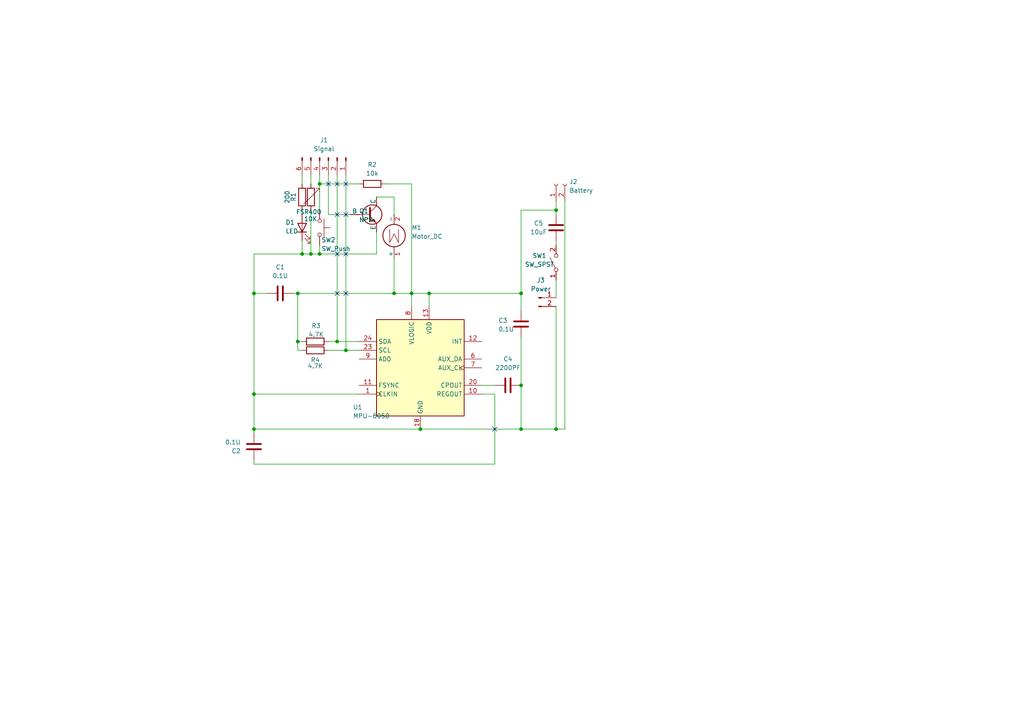
<source format=kicad_sch>
(kicad_sch (version 20231120) (generator "eeschema") (generator_version "8.0")
  (paper "A4")
  (title_block (title "pen") (rev "version1") (company "Shiyi"))
  (lib_symbols
    (symbol "Connector:Conn_01x01_Pin" (pin_names (offset 1.016) hide)
      (property "Reference" "J" (at 0 2.54 0))
      (property "Value" "Conn_01x01_Pin" (at 0 -2.54 0))
      (symbol "Conn_01x01_Pin_1_1"
        (polyline (pts (xy 1.27 0) (xy 0.8636 0)) (stroke (width 0.1524)))
        (rectangle (start 0.8636 0.127) (end 0 -0.127) (stroke (width 0.1524)) (fill (type outline)))
        (pin passive line (at 5.08 0 180) (length 3.81) (name "Pin_1") (number "1"))
      )
    )
    (symbol "Connector:Conn_01x02_Pin" (pin_names (offset 1.016) hide)
      (property "Reference" "J" (at 0 2.54 0))
      (property "Value" "Conn_01x02_Pin" (at 0 -5.08 0))
      (symbol "Conn_01x02_Pin_1_1"
        (polyline (pts (xy 1.27 -2.54) (xy 0.8636 -2.54)) (stroke (width 0.1524)))
        (polyline (pts (xy 1.27 0) (xy 0.8636 0)) (stroke (width 0.1524)))
        (rectangle (start 0.8636 -2.413) (end 0 -2.667) (stroke (width 0.1524)) (fill (type outline)))
        (rectangle (start 0.8636 0.127) (end 0 -0.127) (stroke (width 0.1524)) (fill (type outline)))
        (pin passive line (at 5.08 0 180) (length 3.81) (name "Pin_1") (number "1"))
        (pin passive line (at 5.08 -2.54 180) (length 3.81) (name "Pin_2") (number "2"))
      )
    )
    (symbol "Connector:Conn_01x02_Socket" (pin_names (offset 1.016) hide)
      (property "Reference" "J" (at 0 2.54 0))
      (property "Value" "Conn_01x02_Socket" (at 0 -5.08 0))
      (symbol "Conn_01x02_Socket_1_1"
        (arc (start 0 -2.032) (mid -0.5058 -2.54) (end 0 -3.048) (stroke (width 0.1524)))
        (polyline (pts (xy -1.27 -2.54) (xy -0.508 -2.54)) (stroke (width 0.1524)))
        (polyline (pts (xy -1.27 0) (xy -0.508 0)) (stroke (width 0.1524)))
        (arc (start 0 0.508) (mid -0.5058 0) (end 0 -0.508) (stroke (width 0.1524)))
        (pin passive line (at -5.08 0 0) (length 3.81) (name "Pin_1") (number "1"))
        (pin passive line (at -5.08 -2.54 0) (length 3.81) (name "Pin_2") (number "2"))
      )
    )
    (symbol "Connector:Conn_01x06_Pin" (pin_names (offset 1.016) hide)
      (property "Reference" "J" (at 0 7.62 0))
      (property "Value" "Conn_01x06_Pin" (at 0 -10.16 0))
      (symbol "Conn_01x06_Pin_1_1"
        (polyline (pts (xy 1.27 -7.62) (xy 0.8636 -7.62)) (stroke (width 0.1524)))
        (polyline (pts (xy 1.27 -5.08) (xy 0.8636 -5.08)) (stroke (width 0.1524)))
        (polyline (pts (xy 1.27 -2.54) (xy 0.8636 -2.54)) (stroke (width 0.1524)))
        (polyline (pts (xy 1.27 0) (xy 0.8636 0)) (stroke (width 0.1524)))
        (polyline (pts (xy 1.27 2.54) (xy 0.8636 2.54)) (stroke (width 0.1524)))
        (polyline (pts (xy 1.27 5.08) (xy 0.8636 5.08)) (stroke (width 0.1524)))
        (rectangle (start 0.8636 -7.493) (end 0 -7.747) (stroke (width 0.1524)) (fill (type outline)))
        (rectangle (start 0.8636 -4.953) (end 0 -5.207) (stroke (width 0.1524)) (fill (type outline)))
        (rectangle (start 0.8636 -2.413) (end 0 -2.667) (stroke (width 0.1524)) (fill (type outline)))
        (rectangle (start 0.8636 0.127) (end 0 -0.127) (stroke (width 0.1524)) (fill (type outline)))
        (rectangle (start 0.8636 2.667) (end 0 2.413) (stroke (width 0.1524)) (fill (type outline)))
        (rectangle (start 0.8636 5.207) (end 0 4.953) (stroke (width 0.1524)) (fill (type outline)))
        (pin passive line (at 5.08 5.08 180) (length 3.81) (name "Pin_1") (number "1"))
        (pin passive line (at 5.08 2.54 180) (length 3.81) (name "Pin_2") (number "2"))
        (pin passive line (at 5.08 0 180) (length 3.81) (name "Pin_3") (number "3"))
        (pin passive line (at 5.08 -2.54 180) (length 3.81) (name "Pin_4") (number "4"))
        (pin passive line (at 5.08 -5.08 180) (length 3.81) (name "Pin_5") (number "5"))
        (pin passive line (at 5.08 -7.62 180) (length 3.81) (name "Pin_6") (number "6"))
      )
    )
    (symbol "Device:C" (pin_numbers hide) (pin_names (offset 0.254))
      (property "Reference" "C" (at 0.635 2.54 0))
      (property "Value" "C" (at 0.635 -2.54 0))
      (symbol "C_0_1"
        (polyline (pts (xy -2.032 -0.762) (xy 2.032 -0.762)) (stroke (width 0.508)))
        (polyline (pts (xy -2.032 0.762) (xy 2.032 0.762)) (stroke (width 0.508)))
      )
      (symbol "C_1_1"
        (pin passive line (at 0 3.81 270) (length 2.794) (name "~") (number "1"))
        (pin passive line (at 0 -3.81 90) (length 2.794) (name "~") (number "2"))
      )
    )
    (symbol "Device:LED" (pin_numbers hide) (pin_names (offset 1.016) hide)
      (property "Reference" "D" (at 0 2.54 0))
      (property "Value" "LED" (at 0 -2.54 0))
      (symbol "LED_0_1"
        (polyline (pts (xy -1.27 -1.27) (xy -1.27 1.27)) (stroke (width 0.254)))
        (polyline (pts (xy -1.27 0) (xy 1.27 0)))
        (polyline (pts (xy 1.27 -1.27) (xy 1.27 1.27) (xy -1.27 0) (xy 1.27 -1.27)) (stroke (width 0.254)))
        (polyline (pts (xy -3.048 -0.762) (xy -4.572 -2.286) (xy -3.81 -2.286) (xy -4.572 -2.286) (xy -4.572 -1.524)))
        (polyline (pts (xy -1.778 -0.762) (xy -3.302 -2.286) (xy -2.54 -2.286) (xy -3.302 -2.286) (xy -3.302 -1.524)))
      )
      (symbol "LED_1_1"
        (pin passive line (at -3.81 0 0) (length 2.54) (name "K") (number "1"))
        (pin passive line (at 3.81 0 180) (length 2.54) (name "A") (number "2"))
      )
    )
    (symbol "Device:R" (pin_numbers hide) (pin_names (offset 0))
      (property "Reference" "R" (at 2.032 0 90))
      (property "Value" "R" (at 0 0 90))
      (symbol "R_0_1"
        (rectangle (start -1.016 -2.54) (end 1.016 2.54) (stroke (width 0.254)))
      )
      (symbol "R_1_1"
        (pin passive line (at 0 3.81 270) (length 1.27) (name "~") (number "1"))
        (pin passive line (at 0 -3.81 90) (length 1.27) (name "~") (number "2"))
      )
    )
    (symbol "Device:R_Variable" (pin_numbers hide) (pin_names (offset 0))
      (property "Reference" "R" (at 2.54 -2.54 90))
      (property "Value" "R_Variable" (at -2.54 -1.27 90))
      (symbol "R_Variable_0_1"
        (rectangle (start -1.016 -2.54) (end 1.016 2.54) (stroke (width 0.254)))
        (polyline (pts (xy 2.54 1.524) (xy 2.54 2.54) (xy 1.524 2.54) (xy 2.54 2.54) (xy -2.032 -2.032)))
      )
      (symbol "R_Variable_1_1"
        (pin passive line (at 0 3.81 270) (length 1.27) (name "~") (number "1"))
        (pin passive line (at 0 -3.81 90) (length 1.27) (name "~") (number "2"))
      )
    )
    (symbol "Motor:Motor_DC" (pin_names (offset 0))
      (property "Reference" "M" (at 2.54 2.54 0))
      (property "Value" "Motor_DC" (at 2.54 -5.08 0))
      (symbol "Motor_DC_0_0"
        (polyline (pts (xy -1.27 -3.302) (xy -1.27 0.508) (xy 0 -2.032) (xy 1.27 0.508) (xy 1.27 -3.302)))
      )
      (symbol "Motor_DC_0_1"
        (circle (center 0 -1.524) (radius 3.2512) (stroke (width 0.254)))
        (polyline (pts (xy 0 -7.62) (xy 0 -7.112)))
        (polyline (pts (xy 0 -4.7752) (xy 0 -5.1816)))
        (polyline (pts (xy 0 1.7272) (xy 0 2.0828)))
        (polyline (pts (xy 0 2.032) (xy 0 2.54)))
      )
      (symbol "Motor_DC_1_1"
        (pin passive line (at 0 5.08 270) (length 2.54) (name "+") (number "1"))
        (pin passive line (at 0 -7.62 90) (length 2.54) (name "-") (number "2"))
      )
    )
    (symbol "Sensor_Motion:MPU-6050"
      (property "Reference" "U" (at -11.43 13.97 0))
      (property "Value" "MPU-6050" (at 7.62 -15.24 0))
      (symbol "MPU-6050_0_0"
        (text "" (at 12.7 -2.54 0) (effects (font (size 1.27 1.27))))
      )
      (symbol "MPU-6050_0_1"
        (rectangle (start -12.7 13.97) (end 12.7 -13.97) (stroke (width 0.254)) (fill (type background)))
      )
      (symbol "MPU-6050_1_1"
        (pin input clock (at -17.78 -7.62 0) (length 5.08) (name "CLKIN") (number "1"))
        (pin passive line (at 17.78 -7.62 180) (length 5.08) (name "REGOUT") (number "10"))
        (pin input line (at -17.78 -5.08 0) (length 5.08) (name "FSYNC") (number "11"))
        (pin output line (at 17.78 7.62 180) (length 5.08) (name "INT") (number "12"))
        (pin power_in line (at 2.54 17.78 270) (length 3.81) (name "VDD") (number "13"))
        (pin no_connect line (at -12.7 -10.16 0) (length 2.54) hide (name "NC") (number "14"))
        (pin no_connect line (at 12.7 12.7 180) (length 2.54) hide (name "NC") (number "15"))
        (pin no_connect line (at 12.7 10.16 180) (length 2.54) hide (name "NC") (number "16"))
        (pin no_connect line (at 12.7 5.08 180) (length 2.54) hide (name "NC") (number "17"))
        (pin power_in line (at 0 -17.78 90) (length 3.81) (name "GND") (number "18"))
        (pin no_connect line (at 12.7 -10.16 180) (length 2.54) hide (name "RESV") (number "19"))
        (pin no_connect line (at -12.7 12.7 0) (length 2.54) hide (name "NC") (number "2"))
        (pin passive line (at 17.78 -5.08 180) (length 5.08) (name "CPOUT") (number "20"))
        (pin no_connect line (at 12.7 -2.54 180) (length 2.54) hide (name "RESV") (number "21"))
        (pin no_connect line (at 12.7 -12.7 180) (length 2.54) hide (name "RESV") (number "22"))
        (pin input line (at -17.78 5.08 0) (length 5.08) (name "SCL") (number "23"))
        (pin bidirectional line (at -17.78 7.62 0) (length 5.08) (name "SDA") (number "24"))
        (pin no_connect line (at -12.7 10.16 0) (length 2.54) hide (name "NC") (number "3"))
        (pin no_connect line (at -12.7 0 0) (length 2.54) hide (name "NC") (number "4"))
        (pin no_connect line (at -12.7 -2.54 0) (length 2.54) hide (name "NC") (number "5"))
        (pin bidirectional line (at 17.78 2.54 180) (length 5.08) (name "AUX_DA") (number "6"))
        (pin output clock (at 17.78 0 180) (length 5.08) (name "AUX_CL") (number "7"))
        (pin power_in line (at -2.54 17.78 270) (length 3.81) (name "VLOGIC") (number "8"))
        (pin input line (at -17.78 2.54 0) (length 5.08) (name "AD0") (number "9"))
      )
    )
    (symbol "Simulation_SPICE:NPN" (pin_numbers hide) (pin_names (offset 0))
      (property "Reference" "Q" (at -2.54 7.62 0))
      (property "Value" "NPN" (at -2.54 5.08 0))
      (symbol "NPN_0_1"
        (polyline (pts (xy -2.54 0) (xy 0.635 0)) (stroke (width 0.1524)))
        (polyline (pts (xy 0.635 0.635) (xy 2.54 2.54)))
        (polyline (pts (xy 2.794 -1.27) (xy 2.794 -1.27)) (stroke (width 0.1524)))
        (polyline (pts (xy 2.794 -1.27) (xy 2.794 -1.27)) (stroke (width 0.1524)))
        (polyline (pts (xy 0.635 -0.635) (xy 2.54 -2.54) (xy 2.54 -2.54)))
        (polyline (pts (xy 0.635 1.905) (xy 0.635 -1.905) (xy 0.635 -1.905)) (stroke (width 0.508)))
        (polyline (pts (xy 1.27 -1.778) (xy 1.778 -1.27) (xy 2.286 -2.286) (xy 1.27 -1.778) (xy 1.27 -1.778)) (fill (type outline)))
        (circle (center 1.27 0) (radius 2.8194) (stroke (width 0.254)))
      )
      (symbol "NPN_1_1"
        (pin open_collector line (at 2.54 5.08 270) (length 2.54) (name "C") (number "1"))
        (pin input line (at -5.08 0 0) (length 2.54) (name "B") (number "2"))
        (pin open_emitter line (at 2.54 -5.08 90) (length 2.54) (name "E") (number "3"))
      )
    )
    (symbol "Switch:SW_Push" (pin_numbers hide) (pin_names (offset 1.016) hide)
      (property "Reference" "SW" (at 1.27 2.54 0))
      (property "Value" "SW_Push" (at 0 -1.524 0))
      (symbol "SW_Push_0_1"
        (circle (center -2.032 0) (radius 0.508))
        (polyline (pts (xy 0 1.27) (xy 0 3.048)))
        (polyline (pts (xy 2.54 1.27) (xy -2.54 1.27)))
        (circle (center 2.032 0) (radius 0.508))
        (pin passive line (at -5.08 0 0) (length 2.54) (name "1") (number "1"))
        (pin passive line (at 5.08 0 180) (length 2.54) (name "2") (number "2"))
      )
    )
    (symbol "Switch:SW_SPST" (pin_names (offset 0) hide)
      (property "Reference" "SW" (at 0 3.175 0))
      (property "Value" "SW_SPST" (at 0 -2.54 0))
      (symbol "SW_SPST_0_0"
        (circle (center -2.032 0) (radius 0.508))
        (polyline (pts (xy -1.524 0.254) (xy 1.524 1.778)))
        (circle (center 2.032 0) (radius 0.508))
      )
      (symbol "SW_SPST_1_1"
        (pin passive line (at -5.08 0 0) (length 2.54) (name "A") (number "1"))
        (pin passive line (at 5.08 0 180) (length 2.54) (name "B") (number "2"))
      )
    )
    (symbol "power:+3V3" (power) (pin_numbers hide) (pin_names (offset 0) hide)
      (property "Value" "+3V3" (at 0 3.556 0))
      (symbol "+3V3_0_1"
        (polyline (pts (xy -0.762 1.27) (xy 0 2.54)))
        (polyline (pts (xy 0 0) (xy 0 2.54)))
        (polyline (pts (xy 0 2.54) (xy 0.762 1.27)))
      )
      (symbol "+3V3_1_1"
        (pin power_in line (at 0 0 90) (length 0) (name "~") (number "1"))
      )
    )
    (symbol "power:GND" (power) (pin_numbers hide) (pin_names (offset 0) hide)
      (property "Value" "GND" (at 0 -3.81 0))
      (symbol "GND_0_1"
        (polyline (pts (xy 0 0) (xy 0 -1.27) (xy 1.27 -1.27) (xy 0 -2.54) (xy -1.27 -1.27) (xy 0 -1.27)))
      )
      (symbol "GND_1_1"
        (pin power_in line (at 0 0 270) (length 0) (name "~") (number "1"))
      )
    )
  )
  (junction (at 151.13 111.76))
  (junction (at 86.36 99.06))
  (junction (at 259.08 -140.97))
  (junction (at 7120.89 -6661.15))
  (junction (at 7009.13 -6487.16))
  (junction (at 259.08 -120.65))
  (junction (at 275.59 -124.46))
  (junction (at 92.71 53.34))
  (junction (at 73.66 85.09))
  (junction (at 285.75 -140.97))
  (junction (at 6985 -6549.39))
  (junction (at 121.92 -116.84))
  (junction (at 151.13 85.09))
  (junction (at 114.3 85.09))
  (junction (at 120.65 -101.6))
  (junction (at 256.54 -120.65))
  (junction (at 7133.59 -5568.95))
  (junction (at 7009.13 -6449.06))
  (junction (at 6972.3 -6523.99))
  (junction (at 6910.07 -6573.52))
  (junction (at 148.59 -130.81))
  (junction (at 6922.77 -6437.63))
  (junction (at 124.46 -114.3))
  (junction (at 161.29 60.96))
  (junction (at 121.92 124.46))
  (junction (at 97.79 99.06))
  (junction (at 151.13 124.46))
  (junction (at 7331.71 -5532.12))
  (junction (at 73.66 114.3))
  (junction (at 7071.36 -5568.95))
  (junction (at 73.66 124.46))
  (junction (at 86.36 85.09))
  (junction (at 90.17 73.66))
  (junction (at 100.33 101.6))
  (junction (at 180.34 -101.6))
  (junction (at 6948.17 -6560.82))
  (junction (at 92.71 73.66))
  (junction (at 124.46 85.09))
  (junction (at 254 -120.65))
  (junction (at 119.38 85.09))
  (junction (at 161.29 124.46))
  (junction (at 110.49 -116.84))
  (junction (at 87.63 73.66))
  (no_connect (at 100.33 85.09))
  (no_connect (at 97.79 62.23))
  (no_connect (at 97.79 73.66))
  (no_connect (at 7456.17 -4650.74))
  (no_connect (at 143.51 124.46))
  (no_connect (at 100.33 53.34))
  (no_connect (at 266.7 -120.65))
  (no_connect (at 95.25 53.34))
  (no_connect (at 7430.77 -4601.21))
  (no_connect (at 100.33 62.23))
  (no_connect (at 97.79 85.09))
  (no_connect (at 7430.77 -4663.44))
  (no_connect (at 264.16 -120.65))
  (no_connect (at 97.79 53.34))
  (no_connect (at 100.33 73.66))
  (wire (pts (xy 92.71 71.12) (xy 92.71 73.66)))
  (wire (pts (xy 95.25 101.6) (xy 100.33 101.6)))
  (wire (pts (xy 7133.59 -5568.95) (xy 7208.52 -5568.95)))
  (wire (pts (xy 6948.17 -6598.92) (xy 6737.35 -6598.92)))
  (wire (pts (xy 163.83 -101.6) (xy 165.1 -101.6)))
  (wire (pts (xy 7120.89 -6661.15) (xy 7158.99 -6661.15)))
  (wire (pts (xy 275.59 -124.46) (xy 275.59 -120.65)))
  (wire (pts (xy 163.83 58.42) (xy 163.83 124.46)))
  (wire (pts (xy 87.63 73.66) (xy 73.66 73.66)))
  (wire (pts (xy 285.75 -140.97) (xy 295.91 -140.97)))
  (wire (pts (xy 254 -124.46) (xy 254 -120.65)))
  (wire (pts (xy 7158.99 -6661.15) (xy 7158.99 -6635.75)))
  (wire (pts (xy 7331.71 -5532.12) (xy 7331.71 -5506.72)))
  (wire (pts (xy 119.38 -116.84) (xy 121.92 -116.84)))
  (wire (pts (xy 161.29 58.42) (xy 161.29 60.96)))
  (wire (pts (xy 148.59 -140.97) (xy 148.59 -130.81)))
  (wire (pts (xy 7120.89 -6661.15) (xy 7120.89 -6474.46)))
  (wire (pts (xy 114.3 57.15) (xy 114.3 62.23)))
  (wire (pts (xy 73.66 133.35) (xy 73.66 134.62)))
  (wire (pts (xy 240.03 -120.65) (xy 240.03 -109.22)))
  (wire (pts (xy 7071.36 -6289.04) (xy 7071.36 -5568.95)))
  (wire (pts (xy 7009.13 -6437.63) (xy 7009.13 -6449.06)))
  (wire (pts (xy 73.66 114.3) (xy 73.66 124.46)))
  (wire (pts (xy 7331.71 -5532.12) (xy 7320.28 -5532.12)))
  (wire (pts (xy 92.71 53.34) (xy 92.71 60.96)))
  (wire (pts (xy 116.84 -101.6) (xy 120.65 -101.6)))
  (wire (pts (xy 6910.07 -6549.39) (xy 6985 -6549.39)))
  (wire (pts (xy 256.54 -143.51) (xy 256.54 -140.97)))
  (wire (pts (xy 87.63 99.06) (xy 86.36 99.06)))
  (wire (pts (xy 6948.17 -6560.82) (xy 6972.3 -6560.82)))
  (wire (pts (xy 6948.17 -6560.82) (xy 6948.17 -6598.92)))
  (wire (pts (xy 90.17 50.8) (xy 90.17 53.34)))
  (wire (pts (xy 148.59 -130.81) (xy 154.94 -130.81)))
  (wire (pts (xy 7009.13 -6523.99) (xy 7009.13 -6487.16)))
  (wire (pts (xy 7009.13 -6449.06) (xy 7021.83 -6449.06)))
  (wire (pts (xy 261.62 -132.08) (xy 267.97 -132.08)))
  (wire (pts (xy 124.46 -114.3) (xy 128.27 -114.3)))
  (wire (pts (xy 161.29 81.28) (xy 161.29 86.36)))
  (wire (pts (xy 7108.19 -6610.35) (xy 7133.59 -6610.35)))
  (wire (pts (xy 86.36 85.09) (xy 114.3 85.09)))
  (wire (pts (xy 7158.99 -6635.75) (xy 7108.19 -6635.75)))
  (wire (pts (xy 6910.07 -6623.05) (xy 6910.07 -6573.52)))
  (wire (pts (xy 254 -120.65) (xy 240.03 -120.65)))
  (wire (pts (xy 111.76 -116.84) (xy 110.49 -116.84)))
  (wire (pts (xy 6885.94 -6437.63) (xy 6922.77 -6437.63)))
  (wire (pts (xy 162.56 -130.81) (xy 167.64 -130.81)))
  (wire (pts (xy 261.62 -143.51) (xy 261.62 -132.08)))
  (wire (pts (xy 109.22 73.66) (xy 92.71 73.66)))
  (wire (pts (xy 87.63 69.85) (xy 87.63 73.66)))
  (wire (pts (xy 7133.59 -5680.71) (xy 7133.59 -5568.95)))
  (wire (pts (xy 6922.77 -6437.63) (xy 6935.47 -6437.63)))
  (wire (pts (xy 275.59 -137.16) (xy 280.67 -137.16)))
  (wire (pts (xy 6985 -6549.39) (xy 6985 -6511.29)))
  (wire (pts (xy 259.08 -140.97) (xy 259.08 -133.35)))
  (wire (pts (xy 275.59 -127) (xy 275.59 -124.46)))
  (wire (pts (xy 7294.88 -5506.72) (xy 7331.71 -5506.72)))
  (wire (pts (xy 151.13 124.46) (xy 121.92 124.46)))
  (wire (pts (xy 114.3 85.09) (xy 119.38 85.09)))
  (wire (pts (xy 275.59 -120.65) (xy 259.08 -120.65)))
  (wire (pts (xy 7208.52 -5631.18) (xy 7331.71 -5631.18)))
  (wire (pts (xy 87.63 73.66) (xy 90.17 73.66)))
  (wire (pts (xy 280.67 -119.38) (xy 280.67 -109.22)))
  (wire (pts (xy 119.38 85.09) (xy 119.38 88.9)))
  (wire (pts (xy 7096.76 -6424.93) (xy 7096.76 -6412.23)))
  (wire (pts (xy 6972.3 -6523.99) (xy 7009.13 -6523.99)))
  (wire (pts (xy 100.33 50.8) (xy 100.33 101.6)))
  (wire (pts (xy 109.22 67.31) (xy 109.22 73.66)))
  (wire (pts (xy 259.08 -140.97) (xy 270.51 -140.97)))
  (wire (pts (xy 161.29 60.96) (xy 151.13 60.96)))
  (wire (pts (xy 6935.47 -6623.05) (xy 6910.07 -6623.05)))
  (wire (pts (xy 119.38 85.09) (xy 124.46 85.09)))
  (wire (pts (xy 6985 -6560.82) (xy 6985 -6549.39)))
  (wire (pts (xy 6922.77 -6511.29) (xy 6922.77 -6437.63)))
  (wire (pts (xy 92.71 50.8) (xy 92.71 53.34)))
  (wire (pts (xy 73.66 124.46) (xy 73.66 125.73)))
  (wire (pts (xy 6737.35 -6598.92) (xy 6737.35 -6474.46)))
  (wire (pts (xy 73.66 114.3) (xy 104.14 114.3)))
  (wire (pts (xy 121.92 -116.84) (xy 128.27 -116.84)))
  (wire (pts (xy 7021.83 -6511.29) (xy 7021.83 -6523.99)))
  (wire (pts (xy 259.08 -143.51) (xy 259.08 -140.97)))
  (wire (pts (xy 7208.52 -6412.23) (xy 7096.76 -6412.23)))
  (wire (pts (xy 92.71 53.34) (xy 104.14 53.34)))
  (wire (pts (xy 97.79 50.8) (xy 97.79 99.06)))
  (wire (pts (xy 6935.47 -6523.99) (xy 6972.3 -6523.99)))
  (wire (pts (xy 180.34 -101.6) (xy 187.96 -101.6)))
  (wire (pts (xy 148.59 -130.81) (xy 148.59 -127)))
  (wire (pts (xy 110.49 -114.3) (xy 111.76 -114.3)))
  (wire (pts (xy 163.83 -104.14) (xy 172.72 -104.14)))
  (wire (pts (xy 124.46 -121.92) (xy 124.46 -114.3)))
  (wire (pts (xy 6910.07 -6573.52) (xy 6935.47 -6573.52)))
  (wire (pts (xy 7021.83 -6573.52) (xy 6959.6 -6573.52)))
  (wire (pts (xy 95.25 50.8) (xy 95.25 62.23)))
  (wire (pts (xy 7208.52 -5680.71) (xy 7208.52 -5631.18)))
  (wire (pts (xy 6959.6 -6573.52) (xy 6959.6 -6536.69)))
  (wire (pts (xy 6985 -6511.29) (xy 6997.7 -6511.29)))
  (wire (pts (xy 114.3 74.93) (xy 114.3 85.09)))
  (wire (pts (xy 119.38 53.34) (xy 119.38 85.09)))
  (wire (pts (xy 95.25 62.23) (xy 101.6 62.23)))
  (wire (pts (xy 97.79 99.06) (xy 104.14 99.06)))
  (wire (pts (xy 86.36 85.09) (xy 86.36 99.06)))
  (wire (pts (xy 85.09 85.09) (xy 86.36 85.09)))
  (wire (pts (xy 7258.05 -6375.4) (xy 7208.52 -6375.4)))
  (wire (pts (xy 86.36 101.6) (xy 87.63 101.6)))
  (wire (pts (xy 6303.01 7989.57) (xy 6488.43 7989.57)))
  (wire (pts (xy 6737.35 -6474.46) (xy 7120.89 -6474.46)))
  (wire (pts (xy 163.83 124.46) (xy 161.29 124.46)))
  (wire (pts (xy 7071.36 -5568.95) (xy 7071.36 -5370.83)))
  (wire (pts (xy 90.17 73.66) (xy 92.71 73.66)))
  (wire (pts (xy 139.7 111.76) (xy 143.51 111.76)))
  (wire (pts (xy 6948.17 7332.98) (xy 6948.17 -6560.82)))
  (wire (pts (xy 7071.36 -6338.57) (xy 7071.36 -6325.87)))
  (wire (pts (xy 254 -120.65) (xy 256.54 -120.65)))
  (wire (pts (xy 146.05 -91.44) (xy 146.05 -87.63)))
  (wire (pts (xy 280.67 -109.22) (xy 285.75 -109.22)))
  (wire (pts (xy 254 -143.51) (xy 254 -140.97)))
  (wire (pts (xy 7021.83 -6325.87) (xy 7021.83 -6300.47)))
  (wire (pts (xy 124.46 85.09) (xy 124.46 88.9)))
  (wire (pts (xy 6935.47 -6523.99) (xy 6935.47 -6573.52)))
  (wire (pts (xy 73.66 134.62) (xy 143.51 134.62)))
  (wire (pts (xy 161.29 124.46) (xy 151.13 124.46)))
  (wire (pts (xy 87.63 50.8) (xy 87.63 53.34)))
  (wire (pts (xy 100.33 101.6) (xy 104.14 101.6)))
  (wire (pts (xy 6488.43 7567.93) (xy 6488.43 7989.57)))
  (wire (pts (xy 104.14 -101.6) (xy 109.22 -101.6)))
  (wire (pts (xy 143.51 114.3) (xy 139.7 114.3)))
  (wire (pts (xy 161.29 88.9) (xy 161.29 124.46)))
  (wire (pts (xy 77.47 85.09) (xy 73.66 85.09)))
  (wire (pts (xy 7071.36 -5568.95) (xy 7133.59 -5568.95)))
  (wire (pts (xy 285.75 -140.97) (xy 285.75 -109.22)))
  (wire (pts (xy 6910.07 -6573.52) (xy 6910.07 -6549.39)))
  (wire (pts (xy 254 -133.35) (xy 254 -132.08)))
  (wire (pts (xy 6972.3 -6560.82) (xy 6972.3 -6523.99)))
  (wire (pts (xy 110.49 -116.84) (xy 110.49 -114.3)))
  (wire (pts (xy 7009.13 -6487.16) (xy 7009.13 -6449.06)))
  (wire (pts (xy 95.25 99.06) (xy 97.79 99.06)))
  (wire (pts (xy 120.65 -101.6) (xy 128.27 -101.6)))
  (wire (pts (xy 151.13 60.96) (xy 151.13 85.09)))
  (wire (pts (xy 151.13 85.09) (xy 151.13 90.17)))
  (wire (pts (xy 6972.3 -6487.16) (xy 7009.13 -6487.16)))
  (wire (pts (xy 256.54 -120.65) (xy 259.08 -120.65)))
  (wire (pts (xy 6935.47 -6437.63) (xy 6935.47 -6338.57)))
  (wire (pts (xy 110.49 -121.92) (xy 110.49 -116.84)))
  (wire (pts (xy 151.13 111.76) (xy 151.13 124.46)))
  (wire (pts (xy 87.63 60.96) (xy 87.63 62.23)))
  (wire (pts (xy 180.34 -104.14) (xy 180.34 -101.6)))
  (wire (pts (xy 280.67 -137.16) (xy 280.67 -132.08)))
  (wire (pts (xy 6488.43 7567.93) (xy 6537.96 7567.93)))
  (wire (pts (xy 278.13 -140.97) (xy 285.75 -140.97)))
  (wire (pts (xy 256.54 -133.35) (xy 256.54 -120.65)))
  (wire (pts (xy 7133.59 -5680.71) (xy 7208.52 -5680.71)))
  (wire (pts (xy 6972.3 -6487.16) (xy 6972.3 -6523.99)))
  (wire (pts (xy 243.84 -109.22) (xy 240.03 -109.22)))
  (wire (pts (xy 151.13 97.79) (xy 151.13 111.76)))
  (wire (pts (xy 7096.76 -6661.15) (xy 7120.89 -6661.15)))
  (wire (pts (xy 143.51 -130.81) (xy 148.59 -130.81)))
  (wire (pts (xy 161.29 60.96) (xy 161.29 62.23)))
  (wire (pts (xy 90.17 60.96) (xy 90.17 73.66)))
  (wire (pts (xy 73.66 124.46) (xy 121.92 124.46)))
  (wire (pts (xy 111.76 53.34) (xy 119.38 53.34)))
  (wire (pts (xy 6935.47 -6338.57) (xy 7071.36 -6338.57)))
  (wire (pts (xy 121.92 -121.92) (xy 121.92 -116.84)))
  (wire (pts (xy 7071.36 -6325.87) (xy 7021.83 -6325.87)))
  (wire (pts (xy 73.66 73.66) (xy 73.66 85.09)))
  (wire (pts (xy 124.46 85.09) (xy 151.13 85.09)))
  (wire (pts (xy 119.38 -114.3) (xy 124.46 -114.3)))
  (wire (pts (xy 7108.19 -6635.75) (xy 7108.19 -6610.35)))
  (wire (pts (xy 161.29 69.85) (xy 161.29 71.12)))
  (wire (pts (xy 86.36 99.06) (xy 86.36 101.6)))
  (wire (pts (xy 109.22 57.15) (xy 114.3 57.15)))
  (wire (pts (xy 120.65 -101.6) (xy 120.65 -95.25)))
  (wire (pts (xy 172.72 -101.6) (xy 180.34 -101.6)))
  (wire (pts (xy 73.66 85.09) (xy 73.66 114.3)))
  (wire (pts (xy 7331.71 -5543.55) (xy 7331.71 -5532.12)))
  (wire (pts (xy 143.51 -130.81) (xy 143.51 -127)))
  (wire (pts (xy 7208.52 -6375.4) (xy 7208.52 -6412.23)))
  (wire (pts (xy 143.51 134.62) (xy 143.51 114.3)))
  (wire (pts (xy 259.08 -123.19) (xy 259.08 -120.65)))
  (symbol (lib_id "Device:C") (at 176.53 -104.14 90) (unit 1)
    (property "Reference" "C8" (at 176.53 -111.76 90))
    (property "Value" "2200PF" (at 176.53 -109.22 90))
    (property "Footprint" "Capacitor_SMD:C_0603_1608Metric" (effects (hide yes)))
    (property "Description" "Unpolarized capacitor" (effects (hide yes)))
  )
  (symbol (lib_id "Device:R") (at 115.57 -116.84 90) (unit 1)
    (property "Reference" "R6" (at 115.824 -121.412 90))
    (property "Value" "4.7K" (at 115.824 -118.872 90))
    (property "Footprint" "Resistor_SMD:R_0603_1608Metric" (effects (hide yes)))
    (property "Description" "Resistor" (effects (hide yes)))
  )
  (symbol (lib_id "Motor:Motor_DC") (at 114.3 69.85 180) (unit 1)
    (property "Reference" "M1" (at 119.38 66.0399 0) (effects (justify right)))
    (property "Value" "Motor_DC" (at 119.38 68.5799 0) (effects (justify right)))
    (property "Footprint" "Connector_PinHeader_1.00mm:PinHeader_1x02_P1.00mm_Vertical" (effects (hide yes)))
    (property "Description" "DC Motor" (effects (hide yes)))
  )
  (symbol (lib_id "Device:C") (at 113.03 -101.6 90) (unit 1)
    (property "Reference" "C7" (at 113.03 -97.536 90))
    (property "Value" "0.1U" (at 113.03 -94.996 90))
    (property "Footprint" "Capacitor_SMD:C_0603_1608Metric" (effects (hide yes)))
    (property "Description" "Unpolarized capacitor" (effects (hide yes)))
  )
  (symbol (lib_id "Device:R_Variable") (at 256.54 -137.16 0) (unit 1)
    (property "Reference" "FSR1" (at 252.222 -132.842 0) (effects (justify left)))
    (property "Value" "10K" (at 254.508 -130.81 0) (effects (justify left)))
    (property "Footprint" "Connector_PinHeader_1.00mm:PinHeader_1x02_P1.00mm_Vertical" (effects (hide yes)))
    (property "Description" "Variable resistor" (effects (hide yes)))
  )
  (symbol (lib_id "power:+3V3") (at 295.91 -140.97 270) (unit 1)
    (property "Reference" "#PWR08" (effects (hide yes)))
    (property "Value" "+3V3" (at 299.72 -140.9701 90) (effects (justify left)))
    (property "Description" "Power symbol creates a global label with name \"+3V3\"" (effects (hide yes)))
  )
  (symbol (lib_id "Device:C") (at 81.28 85.09 90) (unit 1)
    (property "Reference" "C1" (at 81.28 77.47 90))
    (property "Value" "0.1U" (at 81.28 80.01 90))
    (property "Footprint" "Capacitor_SMD:C_0603_1608Metric" (effects (hide yes)))
    (property "Description" "Unpolarized capacitor" (effects (hide yes)))
  )
  (symbol (lib_id "Device:LED") (at 254 -128.27 90) (unit 1)
    (property "Reference" "D2" (at 249.174 -129.794 90) (effects (justify right)))
    (property "Value" "LED" (at 249.174 -127.254 90) (effects (justify right)))
    (property "Footprint" "LED_THT:LED_D3.0mm" (effects (hide yes)))
    (property "Description" "Light emitting diode" (effects (hide yes)))
  )
  (symbol (lib_id "Device:R") (at 91.44 99.06 90) (unit 1)
    (property "Reference" "R3" (at 91.694 94.488 90))
    (property "Value" "4.7K" (at 91.694 97.028 90))
    (property "Footprint" "Resistor_SMD:R_0603_1608Metric" (effects (hide yes)))
    (property "Description" "Resistor" (effects (hide yes)))
  )
  (symbol (lib_id "Device:C") (at 161.29 66.04 180) (unit 1)
    (property "Reference" "C5" (at 156.21 64.77 0))
    (property "Value" "10uF" (at 156.21 67.31 0))
    (property "Footprint" "Capacitor_SMD:C_0603_1608Metric" (effects (hide yes)))
    (property "Description" "Unpolarized capacitor" (effects (hide yes)))
  )
  (symbol (lib_id "power:+3V3") (at 110.49 -121.92 0) (unit 1)
    (property "Reference" "#PWR05" (effects (hide yes)))
    (property "Value" "+3V3" (at 110.49 -125.73 0))
    (property "Description" "Power symbol creates a global label with name \"+3V3\"" (effects (hide yes)))
  )
  (symbol (lib_id "Connector:Conn_01x02_Pin") (at 156.21 86.36 0) (unit 1)
    (property "Reference" "J3" (at 156.845 81.28 0))
    (property "Value" "Power" (at 156.845 83.82 0))
    (property "Footprint" "Connector_PinHeader_1.00mm:PinHeader_1x02_P1.00mm_Vertical" (effects (hide yes)))
    (property "Description" "Generic connector, single row, 01x02, script generated" (effects (hide yes)))
  )
  (symbol (lib_id "power:GND") (at 146.05 -87.63 0) (unit 1)
    (property "Reference" "#PWR03" (effects (hide yes)))
    (property "Value" "GND" (at 146.05 -81.28 0))
    (property "Description" "Power symbol creates a global label with name \"GND\" , ground" (effects (hide yes)))
  )
  (symbol (lib_id "Switch:SW_Push") (at 259.08 -128.27 270) (unit 1)
    (property "Reference" "SW3" (at 259.588 -124.714 90) (effects (justify left)))
    (property "Value" "SW_Push" (at 259.588 -122.174 90) (effects (justify left)))
    (property "Footprint" "Button_Switch_THT:SW_PUSH_6mm" (effects (hide yes)))
    (property "Description" "Push button switch, generic, two pins" (effects (hide yes)))
  )
  (symbol (lib_id "Device:R") (at 254 -137.16 0) (unit 1)
    (property "Reference" "R5" (at 251.46 -137.16 90))
    (property "Value" "200" (at 249.682 -137.16 90))
    (property "Footprint" "Resistor_SMD:R_0603_1608Metric" (effects (hide yes)))
    (property "Description" "Resistor" (effects (hide yes)))
  )
  (symbol (lib_id "Switch:SW_Push") (at 92.71 66.04 270) (unit 1)
    (property "Reference" "SW2" (at 93.218 69.596 90) (effects (justify left)))
    (property "Value" "SW_Push" (at 93.218 72.136 90) (effects (justify left)))
    (property "Footprint" "Button_Switch_THT:SW_PUSH_6mm" (effects (hide yes)))
    (property "Description" "Push button switch, generic, two pins" (effects (hide yes)))
  )
  (symbol (lib_id "Motor:Motor_DC") (at 280.67 -124.46 90) (unit 1)
    (property "Reference" "M2" (at 283.21 -130.81 90))
    (property "Value" "Motor_DC" (at 283.21 -128.27 90))
    (property "Footprint" "Connector_PinHeader_1.00mm:PinHeader_1x02_P1.00mm_Vertical" (effects (hide yes)))
    (property "Description" "DC Motor" (effects (hide yes)))
  )
  (symbol (lib_id "Device:C") (at 147.32 111.76 90) (unit 1)
    (property "Reference" "C4" (at 147.32 104.14 90))
    (property "Value" "2200PF" (at 147.32 106.68 90))
    (property "Footprint" "Capacitor_SMD:C_0603_1608Metric" (effects (hide yes)))
    (property "Description" "Unpolarized capacitor" (effects (hide yes)))
  )
  (symbol (lib_id "Device:LED") (at 87.63 66.04 90) (unit 1)
    (property "Reference" "D1" (at 82.804 64.516 90) (effects (justify right)))
    (property "Value" "LED" (at 82.804 67.056 90) (effects (justify right)))
    (property "Footprint" "LED_THT:LED_D3.0mm" (effects (hide yes)))
    (property "Description" "Light emitting diode" (effects (hide yes)))
  )
  (symbol (lib_id "power:GND") (at 187.96 -101.6 90) (unit 1)
    (property "Reference" "#PWR01" (effects (hide yes)))
    (property "Value" "GND" (at 191.77 -101.6001 90) (effects (justify right)))
    (property "Description" "Power symbol creates a global label with name \"GND\" , ground" (effects (hide yes)))
  )
  (symbol (lib_id "Connector:Conn_01x06_Pin") (at 95.25 45.72 270) (unit 1)
    (property "Reference" "J1" (at 93.98 40.64 90))
    (property "Value" "Signal" (at 93.98 43.18 90))
    (property "Footprint" "Connector_PinHeader_1.00mm:PinHeader_1x06_P1.00mm_Vertical" (effects (hide yes)))
    (property "Description" "Generic connector, single row, 01x06, script generated" (effects (hide yes)))
  )
  (symbol (lib_id "Sensor_Motion:MPU-6050") (at 146.05 -109.22 0) (unit 1)
    (property "Reference" "U2" (at 126.492 -97.79 0) (effects (justify left)))
    (property "Value" "MPU-6050" (at 126.492 -95.25 0) (effects (justify left)))
    (property "Footprint" "Sensor_Motion:InvenSense_QFN-24_4x4mm_P0.5mm" (effects (hide yes)))
    (property "Datasheet" "https://invensense.tdk.com/wp-content/uploads/2015/02/MPU-6000-Datasheet1.pdf" (effects (hide yes)))
    (property "Description" "InvenSense 6-Axis Motion Sensor, Gyroscope, Accelerometer, I2C" (effects (hide yes)))
  )
  (symbol (lib_id "Device:R") (at 115.57 -114.3 90) (unit 1)
    (property "Reference" "R7" (at 115.57 -111.506 90))
    (property "Value" "4.7K" (at 115.57 -109.728 90))
    (property "Footprint" "Resistor_SMD:R_0603_1608Metric" (effects (hide yes)))
    (property "Description" "Resistor" (effects (hide yes)))
  )
  (symbol (lib_id "power:GND") (at 120.65 -95.25 0) (unit 1)
    (property "Reference" "#PWR07" (effects (hide yes)))
    (property "Value" "GND" (at 120.65 -88.9 0))
    (property "Description" "Power symbol creates a global label with name \"GND\" , ground" (effects (hide yes)))
  )
  (symbol (lib_id "Switch:SW_SPST") (at 161.29 76.2 90) (unit 1)
    (property "Reference" "SW1" (at 156.464 74.168 90))
    (property "Value" "SW_SPST" (at 156.464 76.708 90))
    (property "Footprint" "Button_Switch_THT:SW_DIP_SPSTx01_Slide_6.7x4.1mm_W7.62mm_P2.54mm_LowProfile" (effects (hide yes)))
    (property "Description" "Single Pole Single Throw (SPST) switch" (effects (hide yes)))
  )
  (symbol (lib_id "Device:R_Variable") (at 90.17 57.15 0) (unit 1)
    (property "Reference" "FSR400" (at 85.852 61.468 0) (effects (justify left)))
    (property "Value" "10K" (at 88.138 63.5 0) (effects (justify left)))
    (property "Footprint" "Connector_PinHeader_1.00mm:PinHeader_1x02_P1.00mm_Vertical" (effects (hide yes)))
    (property "Description" "Variable resistor" (effects (hide yes)))
  )
  (symbol (lib_id "Device:C") (at 151.13 93.98 180) (unit 1)
    (property "Reference" "C3" (at 144.526 92.964 0) (effects (justify right)))
    (property "Value" "0.1U" (at 144.526 95.504 0) (effects (justify right)))
    (property "Footprint" "Capacitor_SMD:C_0603_1608Metric" (effects (hide yes)))
    (property "Description" "Unpolarized capacitor" (effects (hide yes)))
  )
  (symbol (lib_id "Device:R") (at 107.95 53.34 90) (unit 1)
    (property "Reference" "R2" (at 107.95 47.752 90))
    (property "Value" "10k" (at 107.95 50.292 90))
    (property "Footprint" "Resistor_SMD:R_0603_1608Metric" (effects (hide yes)))
    (property "Description" "Resistor" (effects (hide yes)))
  )
  (symbol (lib_id "Device:C") (at 158.75 -130.81 270) (unit 1)
    (property "Reference" "C9" (at 157.734 -124.206 0) (effects (justify right)))
    (property "Value" "0.1U" (at 160.274 -124.206 0) (effects (justify right)))
    (property "Footprint" "Capacitor_SMD:C_0603_1608Metric" (effects (hide yes)))
    (property "Description" "Unpolarized capacitor" (effects (hide yes)))
  )
  (symbol (lib_id "power:+3V3") (at 104.14 -101.6 90) (unit 1)
    (property "Reference" "#PWR06" (effects (hide yes)))
    (property "Value" "+3V3" (at 100.33 -101.6001 90) (effects (justify left)))
    (property "Description" "Power symbol creates a global label with name \"+3V3\"" (effects (hide yes)))
  )
  (symbol (lib_id "Device:R") (at 274.32 -140.97 90) (unit 1)
    (property "Reference" "R10" (at 274.32 -146.558 90))
    (property "Value" "10k" (at 274.32 -144.018 90))
    (property "Footprint" "Resistor_SMD:R_0603_1608Metric" (effects (hide yes)))
    (property "Description" "Resistor" (effects (hide yes)))
  )
  (symbol (lib_id "Simulation_SPICE:NPN") (at 106.68 62.23 0) (unit 1)
    (property "Reference" "Q1" (at 104.14 61.214 0) (effects (justify left)))
    (property "Value" "NPN" (at 104.14 63.754 0) (effects (justify left)))
    (property "Footprint" "Crystal:Resonator-3Pin_W6.0mm_H3.0mm" (effects (hide yes)))
    (property "Datasheet" "https://ngspice.sourceforge.io/docs/ngspice-html-manual/manual.xhtml#cha_BJTs" (effects (hide yes)))
    (property "Description" "Bipolar transistor symbol for simulation only, substrate tied to the emitter" (effects (hide yes)))
    (property "Sim.Device" "NPN" (effects (hide yes)))
    (property "Sim.Type" "GUMMELPOON" (effects (hide yes)))
    (property "Sim.Pins" "1=C 2=B 3=E" (effects (hide yes)))
  )
  (symbol (lib_id "Connector:Conn_01x06_Pin") (at 261.62 -148.59 270) (unit 1)
    (property "Reference" "J5" (at 260.35 -153.67 90))
    (property "Value" "Signal" (at 260.35 -151.13 90))
    (property "Footprint" "Connector_PinHeader_1.00mm:PinHeader_1x06_P1.00mm_Vertical" (effects (hide yes)))
    (property "Description" "Generic connector, single row, 01x06, script generated" (effects (hide yes)))
  )
  (symbol (lib_id "Device:R") (at 87.63 57.15 0) (unit 1)
    (property "Reference" "R1" (at 85.09 57.15 90))
    (property "Value" "200" (at 83.312 57.15 90))
    (property "Footprint" "Resistor_SMD:R_0603_1608Metric" (effects (hide yes)))
    (property "Description" "Resistor" (effects (hide yes)))
  )
  (symbol (lib_id "Device:C") (at 73.66 129.54 180) (unit 1)
    (property "Reference" "C2" (at 69.85 130.8101 0) (effects (justify left)))
    (property "Value" "0.1U" (at 69.85 128.2701 0) (effects (justify left)))
    (property "Footprint" "Capacitor_SMD:C_0603_1608Metric" (effects (hide yes)))
    (property "Description" "Unpolarized capacitor" (effects (hide yes)))
  )
  (symbol (lib_id "power:+3V3") (at 148.59 -140.97 0) (unit 1)
    (property "Reference" "#PWR02" (effects (hide yes)))
    (property "Value" "+3V3" (at 148.59 -144.78 0))
    (property "Description" "Power symbol creates a global label with name \"+3V3\"" (effects (hide yes)))
  )
  (symbol (lib_id "Connector:Conn_01x01_Pin") (at 121.92 -127 270) (unit 1)
    (property "Reference" "J4" (at 117.602 -127.508 90) (effects (justify left)))
    (property "Value" "SDA" (at 117.602 -124.968 90) (effects (justify left)))
    (property "Description" "Generic connector, single row, 01x01, script generated" (effects (hide yes)))
  )
  (symbol (lib_id "Sensor_Motion:MPU-6050") (at 121.92 106.68 0) (unit 1)
    (property "Reference" "U1" (at 102.362 118.11 0) (effects (justify left)))
    (property "Value" "MPU-6050" (at 102.362 120.65 0) (effects (justify left)))
    (property "Footprint" "Sensor_Motion:InvenSense_QFN-24_4x4mm_P0.5mm" (effects (hide yes)))
    (property "Datasheet" "https://invensense.tdk.com/wp-content/uploads/2015/02/MPU-6000-Datasheet1.pdf" (effects (hide yes)))
    (property "Description" "InvenSense 6-Axis Motion Sensor, Gyroscope, Accelerometer, I2C" (effects (hide yes)))
  )
  (symbol (lib_id "Device:C") (at 168.91 -101.6 270) (unit 1)
    (property "Reference" "C6" (at 167.132 -97.79 90) (effects (justify left)))
    (property "Value" "0.1U" (at 167.132 -95.25 90) (effects (justify left)))
    (property "Footprint" "Capacitor_SMD:C_0603_1608Metric" (effects (hide yes)))
    (property "Description" "Unpolarized capacitor" (effects (hide yes)))
  )
  (symbol (lib_id "Connector:Conn_01x02_Socket") (at 161.29 53.34 90) (unit 1)
    (property "Reference" "J2" (at 165.1 52.7049 90) (effects (justify right)))
    (property "Value" "Battery" (at 165.1 55.2449 90) (effects (justify right)))
    (property "Footprint" "Connector_JST:JST_PH_B2B-PH-K_1x02_P2.00mm_Vertical" (effects (hide yes)))
    (property "Description" "Generic connector, single row, 01x02, script generated" (effects (hide yes)))
  )
  (symbol (lib_id "power:GND") (at 167.64 -130.81 90) (unit 1)
    (property "Reference" "#PWR04" (effects (hide yes)))
    (property "Value" "GND" (at 171.45 -130.8101 90) (effects (justify right)))
    (property "Description" "Power symbol creates a global label with name \"GND\" , ground" (effects (hide yes)))
  )
  (symbol (lib_id "power:GND") (at 243.84 -109.22 90) (unit 1)
    (property "Reference" "#PWR09" (effects (hide yes)))
    (property "Value" "GND" (at 247.65 -109.2201 90) (effects (justify right)))
    (property "Description" "Power symbol creates a global label with name \"GND\" , ground" (effects (hide yes)))
  )
  (symbol (lib_id "Connector:Conn_01x01_Pin") (at 124.46 -127 270) (unit 1)
    (property "Reference" "J7" (at 125.73 -127.6351 90) (effects (justify left)))
    (property "Value" "SCL" (at 125.73 -125.0951 90) (effects (justify left)))
    (property "Description" "Generic connector, single row, 01x01, script generated" (effects (hide yes)))
  )
  (symbol (lib_id "Device:R") (at 91.44 101.6 90) (unit 1)
    (property "Reference" "R4" (at 91.44 104.394 90))
    (property "Value" "4.7K" (at 91.44 106.172 90))
    (property "Footprint" "Resistor_SMD:R_0603_1608Metric" (effects (hide yes)))
    (property "Description" "Resistor" (effects (hide yes)))
  )
  (symbol (lib_id "Simulation_SPICE:NPN") (at 273.05 -132.08 0) (unit 1)
    (property "Reference" "Q2" (at 270.51 -133.096 0) (effects (justify left)))
    (property "Value" "NPN" (at 270.51 -130.556 0) (effects (justify left)))
    (property "Footprint" "Crystal:Resonator-3Pin_W6.0mm_H3.0mm" (effects (hide yes)))
    (property "Datasheet" "https://ngspice.sourceforge.io/docs/ngspice-html-manual/manual.xhtml#cha_BJTs" (effects (hide yes)))
    (property "Description" "Bipolar transistor symbol for simulation only, substrate tied to the emitter" (effects (hide yes)))
    (property "Sim.Device" "NPN" (effects (hide yes)))
    (property "Sim.Type" "GUMMELPOON" (effects (hide yes)))
    (property "Sim.Pins" "1=C 2=B 3=E" (effects (hide yes)))
  )
)
</source>
